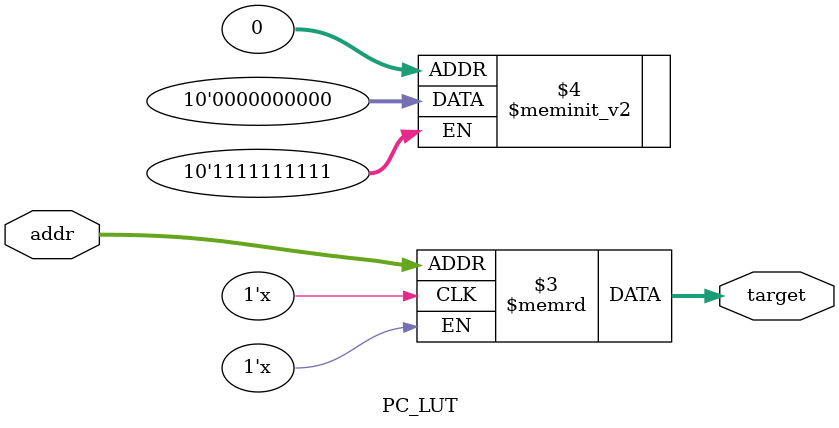
<source format=sv>
module PC_LUT #(parameter D=10)(
  input       [3:0] addr,	   
  output logic [D-1:0] target);

  logic [D-1:0] lut [0:15];

  initial begin
    lut[0] = 0;
  end

  always_comb begin
    target = lut[addr];
  end

endmodule

/*

	   pc = 4    0000_0000_0100	  4
	             1111_1111_1111	 -1

                 0000_0000_0011   3

				 (a+b)%(2**12)


   	  1111_1111_1011      -5
      0000_0001_0100     +20
	  1111_1111_1111      -1
	  0000_0000_0000     + 0


  */

</source>
